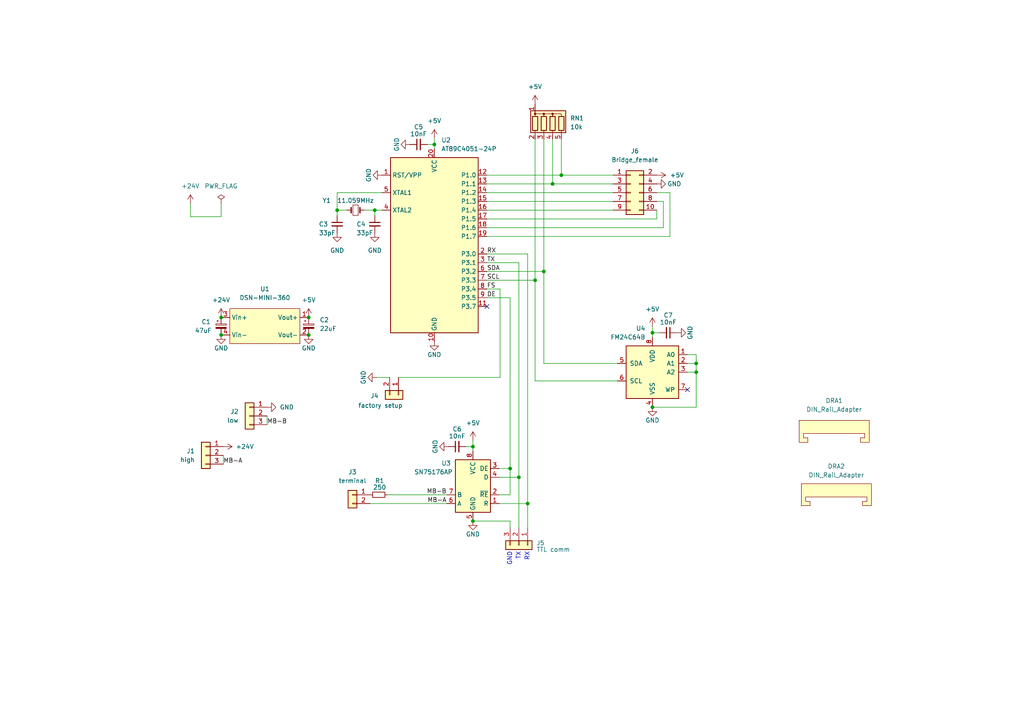
<source format=kicad_sch>
(kicad_sch (version 20211123) (generator eeschema)
  (paper "A4")
  (lib_symbols
    (symbol "Connector_Generic:Conn_01x02" (pin_names (offset 1.016) hide)
      (property "Reference" "J" (at 0 2.54 0))
      (property "Value" "Conn_01x02" (at 0 -5.08 0))
      (symbol "Conn_01x02_1_1"
        (rectangle (start -1.27 -2.413) (end 0 -2.667) (stroke (width 0.1524)))
        (rectangle (start -1.27 0.127) (end 0 -0.127) (stroke (width 0.1524)))
        (rectangle (start -1.27 1.27) (end 1.27 -3.81) (stroke (width 0.254)) (fill (type background)))
        (pin passive line (at -5.08 0 0) (length 3.81) (name "Pin_1") (number "1"))
        (pin passive line (at -5.08 -2.54 0) (length 3.81) (name "Pin_2") (number "2"))
      )
    )
    (symbol "Connector_Generic:Conn_01x03" (pin_names (offset 1.016) hide)
      (property "Reference" "J" (at 0 5.08 0))
      (property "Value" "Conn_01x03" (at 0 -5.08 0))
      (symbol "Conn_01x03_1_1"
        (rectangle (start -1.27 -2.413) (end 0 -2.667) (stroke (width 0.1524)))
        (rectangle (start -1.27 0.127) (end 0 -0.127) (stroke (width 0.1524)))
        (rectangle (start -1.27 2.667) (end 0 2.413) (stroke (width 0.1524)))
        (rectangle (start -1.27 3.81) (end 1.27 -3.81) (stroke (width 0.254)) (fill (type background)))
        (pin passive line (at -5.08 2.54 0) (length 3.81) (name "Pin_1") (number "1"))
        (pin passive line (at -5.08 0 0) (length 3.81) (name "Pin_2") (number "2"))
        (pin passive line (at -5.08 -2.54 0) (length 3.81) (name "Pin_3") (number "3"))
      )
    )
    (symbol "Connector_Generic:Conn_02x05_Odd_Even" (pin_names (offset 1.016) hide)
      (property "Reference" "J" (at 1.27 7.62 0))
      (property "Value" "Conn_02x05_Odd_Even" (at 1.27 -7.62 0))
      (symbol "Conn_02x05_Odd_Even_1_1"
        (rectangle (start -1.27 -4.953) (end 0 -5.207) (stroke (width 0.1524)))
        (rectangle (start -1.27 -2.413) (end 0 -2.667) (stroke (width 0.1524)))
        (rectangle (start -1.27 0.127) (end 0 -0.127) (stroke (width 0.1524)))
        (rectangle (start -1.27 2.667) (end 0 2.413) (stroke (width 0.1524)))
        (rectangle (start -1.27 5.207) (end 0 4.953) (stroke (width 0.1524)))
        (rectangle (start -1.27 6.35) (end 3.81 -6.35) (stroke (width 0.254)) (fill (type background)))
        (rectangle (start 3.81 -4.953) (end 2.54 -5.207) (stroke (width 0.1524)))
        (rectangle (start 3.81 -2.413) (end 2.54 -2.667) (stroke (width 0.1524)))
        (rectangle (start 3.81 0.127) (end 2.54 -0.127) (stroke (width 0.1524)))
        (rectangle (start 3.81 2.667) (end 2.54 2.413) (stroke (width 0.1524)))
        (rectangle (start 3.81 5.207) (end 2.54 4.953) (stroke (width 0.1524)))
        (pin passive line (at -5.08 5.08 0) (length 3.81) (name "Pin_1") (number "1"))
        (pin passive line (at 7.62 -5.08 180) (length 3.81) (name "Pin_10") (number "10"))
        (pin passive line (at 7.62 5.08 180) (length 3.81) (name "Pin_2") (number "2"))
        (pin passive line (at -5.08 2.54 0) (length 3.81) (name "Pin_3") (number "3"))
        (pin passive line (at 7.62 2.54 180) (length 3.81) (name "Pin_4") (number "4"))
        (pin passive line (at -5.08 0 0) (length 3.81) (name "Pin_5") (number "5"))
        (pin passive line (at 7.62 0 180) (length 3.81) (name "Pin_6") (number "6"))
        (pin passive line (at -5.08 -2.54 0) (length 3.81) (name "Pin_7") (number "7"))
        (pin passive line (at 7.62 -2.54 180) (length 3.81) (name "Pin_8") (number "8"))
        (pin passive line (at -5.08 -5.08 0) (length 3.81) (name "Pin_9") (number "9"))
      )
    )
    (symbol "Device:C_Polarized_Small" (pin_numbers hide) (pin_names (offset 0.254) hide)
      (property "Reference" "C" (at 0.254 1.778 0))
      (property "Value" "C_Polarized_Small" (at 0.254 -2.032 0))
      (symbol "C_Polarized_Small_0_1"
        (rectangle (start -1.524 -0.3048) (end 1.524 -0.6858) (fill (type outline)))
        (rectangle (start -1.524 0.6858) (end 1.524 0.3048))
        (polyline (pts (xy -1.27 1.524) (xy -0.762 1.524)))
        (polyline (pts (xy -1.016 1.27) (xy -1.016 1.778)))
      )
      (symbol "C_Polarized_Small_1_1"
        (pin passive line (at 0 2.54 270) (length 1.8542) (name "~") (number "1"))
        (pin passive line (at 0 -2.54 90) (length 1.8542) (name "~") (number "2"))
      )
    )
    (symbol "Device:C_Small" (pin_numbers hide) (pin_names (offset 0.254) hide)
      (property "Reference" "C" (at 0.254 1.778 0))
      (property "Value" "C_Small" (at 0.254 -2.032 0))
      (symbol "C_Small_0_1"
        (polyline (pts (xy -1.524 -0.508) (xy 1.524 -0.508)) (stroke (width 0.3302)))
        (polyline (pts (xy -1.524 0.508) (xy 1.524 0.508)) (stroke (width 0.3048)))
      )
      (symbol "C_Small_1_1"
        (pin passive line (at 0 2.54 270) (length 2.032) (name "~") (number "1"))
        (pin passive line (at 0 -2.54 90) (length 2.032) (name "~") (number "2"))
      )
    )
    (symbol "Device:Crystal_Small" (pin_numbers hide) (pin_names (offset 1.016) hide)
      (property "Reference" "Y" (at 0 2.54 0))
      (property "Value" "Crystal_Small" (at 0 -2.54 0))
      (symbol "Crystal_Small_0_1"
        (rectangle (start -0.762 -1.524) (end 0.762 1.524))
        (polyline (pts (xy -1.27 -0.762) (xy -1.27 0.762)) (stroke (width 0.381)))
        (polyline (pts (xy 1.27 -0.762) (xy 1.27 0.762)) (stroke (width 0.381)))
      )
      (symbol "Crystal_Small_1_1"
        (pin passive line (at -2.54 0 0) (length 1.27) (name "1") (number "1"))
        (pin passive line (at 2.54 0 180) (length 1.27) (name "2") (number "2"))
      )
    )
    (symbol "Device:R_Network04" (pin_names (offset 0) hide)
      (property "Reference" "RN" (at -7.62 0 90))
      (property "Value" "R_Network04" (at 5.08 0 90))
      (symbol "R_Network04_0_1"
        (rectangle (start -6.35 -3.175) (end 3.81 3.175) (stroke (width 0.254)) (fill (type background)))
        (rectangle (start -5.842 1.524) (end -4.318 -2.54) (stroke (width 0.254)))
        (circle (center -5.08 2.286) (radius 0.254) (fill (type outline)))
        (rectangle (start -3.302 1.524) (end -1.778 -2.54) (stroke (width 0.254)))
        (circle (center -2.54 2.286) (radius 0.254) (fill (type outline)))
        (rectangle (start -0.762 1.524) (end 0.762 -2.54) (stroke (width 0.254)))
        (polyline (pts (xy -5.08 -2.54) (xy -5.08 -3.81)))
        (polyline (pts (xy -2.54 -2.54) (xy -2.54 -3.81)))
        (polyline (pts (xy 0 -2.54) (xy 0 -3.81)))
        (polyline (pts (xy 2.54 -2.54) (xy 2.54 -3.81)))
        (polyline (pts (xy -5.08 1.524) (xy -5.08 2.286) (xy -2.54 2.286) (xy -2.54 1.524)))
        (polyline (pts (xy -2.54 1.524) (xy -2.54 2.286) (xy 0 2.286) (xy 0 1.524)))
        (polyline (pts (xy 0 1.524) (xy 0 2.286) (xy 2.54 2.286) (xy 2.54 1.524)))
        (circle (center 0 2.286) (radius 0.254) (fill (type outline)))
        (rectangle (start 1.778 1.524) (end 3.302 -2.54) (stroke (width 0.254)))
      )
      (symbol "R_Network04_1_1"
        (pin passive line (at -5.08 5.08 270) (length 2.54) (name "common") (number "1"))
        (pin passive line (at -5.08 -5.08 90) (length 1.27) (name "R1") (number "2"))
        (pin passive line (at -2.54 -5.08 90) (length 1.27) (name "R2") (number "3"))
        (pin passive line (at 0 -5.08 90) (length 1.27) (name "R3") (number "4"))
        (pin passive line (at 2.54 -5.08 90) (length 1.27) (name "R4") (number "5"))
      )
    )
    (symbol "Device:R_Small" (pin_numbers hide) (pin_names (offset 0.254) hide)
      (property "Reference" "R" (at 0.762 0.508 0))
      (property "Value" "R_Small" (at 0.762 -1.016 0))
      (symbol "R_Small_0_1"
        (rectangle (start -0.762 1.778) (end 0.762 -1.778) (stroke (width 0.2032)))
      )
      (symbol "R_Small_1_1"
        (pin passive line (at 0 2.54 270) (length 0.762) (name "~") (number "1"))
        (pin passive line (at 0 -2.54 90) (length 0.762) (name "~") (number "2"))
      )
    )
    (symbol "Interface_UART:SN75176AP"
      (property "Reference" "U" (at -4.318 8.89 0))
      (property "Value" "SN75176AP" (at 1.016 8.89 0))
      (symbol "SN75176AP_0_1"
        (rectangle (start -5.08 7.62) (end 5.08 -7.62) (stroke (width 0.254)) (fill (type background)))
      )
      (symbol "SN75176AP_1_1"
        (pin output line (at -7.62 -5.08 0) (length 2.54) (name "R") (number "1"))
        (pin input line (at -7.62 -2.54 0) (length 2.54) (name "~{RE}") (number "2"))
        (pin input line (at -7.62 5.08 0) (length 2.54) (name "DE") (number "3"))
        (pin input line (at -7.62 2.54 0) (length 2.54) (name "D") (number "4"))
        (pin power_in line (at 0 -10.16 90) (length 2.54) (name "GND") (number "5"))
        (pin bidirectional line (at 7.62 -5.08 180) (length 2.54) (name "A") (number "6"))
        (pin bidirectional line (at 7.62 -2.54 180) (length 2.54) (name "B") (number "7"))
        (pin power_in line (at 0 10.16 270) (length 2.54) (name "VCC") (number "8"))
      )
    )
    (symbol "MCU_Microchip_8051:AT89C4051-24P"
      (property "Reference" "U" (at -12.7 26.67 0))
      (property "Value" "AT89C4051-24P" (at 2.54 -26.67 0))
      (symbol "AT89C4051-24P_0_1"
        (rectangle (start -12.7 -25.4) (end 12.7 25.4) (stroke (width 0.254)) (fill (type background)))
      )
      (symbol "AT89C4051-24P_1_1"
        (pin input line (at -15.24 20.32 0) (length 2.54) (name "RST/VPP") (number "1"))
        (pin power_in line (at 0 -27.94 90) (length 2.54) (name "GND") (number "10"))
        (pin bidirectional line (at 15.24 -17.78 180) (length 2.54) (name "P3.7") (number "11"))
        (pin bidirectional line (at 15.24 20.32 180) (length 2.54) (name "P1.0") (number "12"))
        (pin bidirectional line (at 15.24 17.78 180) (length 2.54) (name "P1.1") (number "13"))
        (pin bidirectional line (at 15.24 15.24 180) (length 2.54) (name "P1.2") (number "14"))
        (pin bidirectional line (at 15.24 12.7 180) (length 2.54) (name "P1.3") (number "15"))
        (pin bidirectional line (at 15.24 10.16 180) (length 2.54) (name "P1.4") (number "16"))
        (pin bidirectional line (at 15.24 7.62 180) (length 2.54) (name "P1.5") (number "17"))
        (pin bidirectional line (at 15.24 5.08 180) (length 2.54) (name "P1.6") (number "18"))
        (pin bidirectional line (at 15.24 2.54 180) (length 2.54) (name "P1.7") (number "19"))
        (pin bidirectional line (at 15.24 -2.54 180) (length 2.54) (name "P3.0") (number "2"))
        (pin power_in line (at 0 27.94 270) (length 2.54) (name "VCC") (number "20"))
        (pin bidirectional line (at 15.24 -5.08 180) (length 2.54) (name "P3.1") (number "3"))
        (pin output line (at -15.24 10.16 0) (length 2.54) (name "XTAL2") (number "4"))
        (pin input line (at -15.24 15.24 0) (length 2.54) (name "XTAL1") (number "5"))
        (pin bidirectional line (at 15.24 -7.62 180) (length 2.54) (name "P3.2") (number "6"))
        (pin bidirectional line (at 15.24 -10.16 180) (length 2.54) (name "P3.3") (number "7"))
        (pin bidirectional line (at 15.24 -12.7 180) (length 2.54) (name "P3.4") (number "8"))
        (pin bidirectional line (at 15.24 -15.24 180) (length 2.54) (name "P3.5") (number "9"))
      )
    )
    (symbol "Mechanical:DIN_Rail_Adapter"
      (property "Reference" "DRA" (at 0 6.35 0))
      (property "Value" "DIN_Rail_Adapter" (at 0 3.81 0))
      (symbol "DIN_Rail_Adapter_0_1"
        (polyline (pts (xy 10.16 2.54) (xy -10.16 2.54) (xy -10.16 -3.81) (xy -7.62 -3.81) (xy -7.62 -2.54) (xy -8.89 -2.54) (xy -8.89 -1.27) (xy 8.89 -1.27) (xy 8.89 -2.54) (xy 7.62 -2.54) (xy 7.62 -3.81) (xy 10.16 -3.81) (xy 10.16 2.54) (xy -10.16 2.54)) (fill (type background)))
      )
    )
    (symbol "Memory_NVRAM:FM24C64B" (pin_names (offset 1.016))
      (property "Reference" "U" (at -5.08 8.89 0))
      (property "Value" "FM24C64B" (at 6.35 -8.89 0))
      (symbol "FM24C64B_0_1"
        (rectangle (start -7.62 7.62) (end 7.62 -7.62) (stroke (width 0.254)) (fill (type background)))
      )
      (symbol "FM24C64B_1_1"
        (pin input line (at -10.16 5.08 0) (length 2.54) (name "A0") (number "1"))
        (pin input line (at -10.16 2.54 0) (length 2.54) (name "A1") (number "2"))
        (pin input line (at -10.16 0 0) (length 2.54) (name "A2") (number "3"))
        (pin power_in line (at 0 -10.16 90) (length 2.54) (name "VSS") (number "4"))
        (pin bidirectional line (at 10.16 2.54 180) (length 2.54) (name "SDA") (number "5"))
        (pin input line (at 10.16 -2.54 180) (length 2.54) (name "SCL") (number "6"))
        (pin input line (at -10.16 -5.08 0) (length 2.54) (name "WP") (number "7"))
        (pin power_in line (at 0 10.16 270) (length 2.54) (name "VDD") (number "8"))
      )
    )
    (symbol "My_stuff:DSN-MINI-360"
      (property "Reference" "U" (at 0 7.62 0))
      (property "Value" "DSN-MINI-360" (at 0 0 0))
      (symbol "DSN-MINI-360_0_1"
        (rectangle (start -10.16 5.08) (end 10.16 -5.08) (fill (type background)))
      )
      (symbol "DSN-MINI-360_1_1"
        (pin power_out line (at 12.7 2.54 180) (length 2.54) (name "Vout+") (number "1"))
        (pin power_out line (at 12.7 -2.54 180) (length 2.54) (name "Vout-") (number "2"))
        (pin power_in line (at -12.7 2.54 0) (length 2.54) (name "Vin+") (number "3"))
        (pin power_in line (at -12.7 -2.54 0) (length 2.54) (name "Vin-") (number "4"))
      )
    )
    (symbol "power:+24V" (power) (pin_names (offset 0))
      (property "Value" "+24V" (at 0 3.556 0))
      (symbol "+24V_0_1"
        (polyline (pts (xy -0.762 1.27) (xy 0 2.54)))
        (polyline (pts (xy 0 0) (xy 0 2.54)))
        (polyline (pts (xy 0 2.54) (xy 0.762 1.27)))
      )
      (symbol "+24V_1_1"
        (pin power_in line (at 0 0 90) (length 0) hide (name "+24V") (number "1"))
      )
    )
    (symbol "power:+5V" (power) (pin_names (offset 0))
      (property "Value" "+5V" (at 0 3.556 0))
      (symbol "+5V_0_1"
        (polyline (pts (xy -0.762 1.27) (xy 0 2.54)))
        (polyline (pts (xy 0 0) (xy 0 2.54)))
        (polyline (pts (xy 0 2.54) (xy 0.762 1.27)))
      )
      (symbol "+5V_1_1"
        (pin power_in line (at 0 0 90) (length 0) hide (name "+5V") (number "1"))
      )
    )
    (symbol "power:GND" (power) (pin_names (offset 0))
      (property "Value" "GND" (at 0 -3.81 0))
      (symbol "GND_0_1"
        (polyline (pts (xy 0 0) (xy 0 -1.27) (xy 1.27 -1.27) (xy 0 -2.54) (xy -1.27 -1.27) (xy 0 -1.27)))
      )
      (symbol "GND_1_1"
        (pin power_in line (at 0 0 270) (length 0) hide (name "GND") (number "1"))
      )
    )
    (symbol "power:PWR_FLAG" (power) (pin_numbers hide) (pin_names (offset 0) hide)
      (property "Value" "PWR_FLAG" (at 0 3.81 0))
      (symbol "PWR_FLAG_0_0"
        (pin power_out line (at 0 0 90) (length 0) (name "pwr") (number "1"))
      )
      (symbol "PWR_FLAG_0_1"
        (polyline (pts (xy 0 0) (xy 0 1.27) (xy -1.016 1.905) (xy 0 2.54) (xy 1.016 1.905) (xy 0 1.27)))
      )
    )
  )
  (junction (at 64.135 97.155))
  (junction (at 155.194 81.28))
  (junction (at 89.535 92.075))
  (junction (at 150.495 138.43))
  (junction (at 153.035 146.05))
  (junction (at 108.712 60.96))
  (junction (at 160.274 53.34))
  (junction (at 147.955 135.89))
  (junction (at 137.16 129.54))
  (junction (at 201.93 107.95))
  (junction (at 189.23 96.52))
  (junction (at 137.16 151.13))
  (junction (at 162.814 50.8))
  (junction (at 189.23 118.11))
  (junction (at 157.734 78.74))
  (junction (at 89.535 97.155))
  (junction (at 97.79 60.96))
  (junction (at 64.135 92.075))
  (junction (at 125.984 41.91))
  (junction (at 201.93 105.41))
  (no_connect (at 141.224 88.9))
  (no_connect (at 199.39 113.03))
  (wire (pts (xy 155.194 40.386) (xy 155.194 81.28)))
  (wire (pts (xy 201.93 107.95) (xy 199.39 107.95)))
  (wire (pts (xy 189.23 118.11) (xy 201.93 118.11)))
  (wire (pts (xy 137.16 129.54) (xy 137.16 130.81)))
  (wire (pts (xy 192.405 66.04) (xy 192.405 58.42)))
  (wire (pts (xy 141.224 58.42) (xy 177.8 58.42)))
  (wire (pts (xy 144.78 135.89) (xy 147.955 135.89)))
  (wire (pts (xy 55.245 59.055) (xy 55.245 62.865)))
  (wire (pts (xy 192.405 58.42) (xy 190.5 58.42)))
  (wire (pts (xy 160.274 53.34) (xy 177.8 53.34)))
  (wire (pts (xy 141.224 68.58) (xy 194.31 68.58)))
  (wire (pts (xy 77.47 120.65) (xy 77.47 123.19)))
  (wire (pts (xy 144.78 143.51) (xy 147.955 143.51)))
  (wire (pts (xy 141.224 86.36) (xy 147.955 86.36)))
  (wire (pts (xy 201.93 105.41) (xy 199.39 105.41)))
  (wire (pts (xy 144.78 146.05) (xy 153.035 146.05)))
  (wire (pts (xy 105.664 60.96) (xy 108.712 60.96)))
  (wire (pts (xy 135.128 129.54) (xy 137.16 129.54)))
  (wire (pts (xy 199.39 102.87) (xy 201.93 102.87)))
  (wire (pts (xy 125.984 41.91) (xy 125.984 43.18)))
  (wire (pts (xy 189.23 94.742) (xy 189.23 96.52)))
  (wire (pts (xy 157.734 40.386) (xy 157.734 78.74)))
  (wire (pts (xy 141.224 83.82) (xy 145.034 83.82)))
  (wire (pts (xy 107.315 146.05) (xy 129.54 146.05)))
  (wire (pts (xy 189.23 96.52) (xy 189.23 97.79)))
  (wire (pts (xy 108.712 60.96) (xy 110.744 60.96)))
  (wire (pts (xy 108.712 60.96) (xy 108.712 62.484)))
  (wire (pts (xy 125.984 40.132) (xy 125.984 41.91)))
  (wire (pts (xy 191.262 96.52) (xy 189.23 96.52)))
  (wire (pts (xy 162.814 50.8) (xy 177.8 50.8)))
  (wire (pts (xy 157.734 105.41) (xy 179.07 105.41)))
  (wire (pts (xy 147.955 153.035) (xy 147.955 151.13)))
  (wire (pts (xy 110.744 55.88) (xy 97.79 55.88)))
  (wire (pts (xy 141.224 55.88) (xy 177.8 55.88)))
  (wire (pts (xy 115.57 109.474) (xy 145.034 109.474)))
  (wire (pts (xy 155.194 110.49) (xy 179.07 110.49)))
  (wire (pts (xy 55.245 62.865) (xy 64.135 62.865)))
  (wire (pts (xy 150.495 138.43) (xy 150.495 76.2)))
  (wire (pts (xy 141.224 53.34) (xy 160.274 53.34)))
  (wire (pts (xy 147.955 143.51) (xy 147.955 135.89)))
  (wire (pts (xy 123.952 41.91) (xy 125.984 41.91)))
  (wire (pts (xy 157.734 78.74) (xy 157.734 105.41)))
  (wire (pts (xy 153.035 73.66) (xy 153.035 146.05)))
  (wire (pts (xy 162.814 40.386) (xy 162.814 50.8)))
  (wire (pts (xy 109.22 109.474) (xy 113.03 109.474)))
  (wire (pts (xy 141.224 73.66) (xy 153.035 73.66)))
  (wire (pts (xy 190.5 63.5) (xy 190.5 60.96)))
  (wire (pts (xy 155.194 81.28) (xy 155.194 110.49)))
  (wire (pts (xy 137.16 127.762) (xy 137.16 129.54)))
  (wire (pts (xy 141.224 60.96) (xy 177.8 60.96)))
  (wire (pts (xy 194.31 55.88) (xy 190.5 55.88)))
  (wire (pts (xy 201.93 105.41) (xy 201.93 107.95)))
  (wire (pts (xy 144.78 138.43) (xy 150.495 138.43)))
  (wire (pts (xy 194.31 68.58) (xy 194.31 55.88)))
  (wire (pts (xy 150.495 138.43) (xy 150.495 153.035)))
  (wire (pts (xy 97.79 60.96) (xy 97.79 62.484)))
  (wire (pts (xy 147.955 151.13) (xy 137.16 151.13)))
  (wire (pts (xy 141.224 63.5) (xy 190.5 63.5)))
  (wire (pts (xy 97.79 55.88) (xy 97.79 60.96)))
  (wire (pts (xy 201.93 102.87) (xy 201.93 105.41)))
  (wire (pts (xy 160.274 40.386) (xy 160.274 53.34)))
  (wire (pts (xy 100.584 60.96) (xy 97.79 60.96)))
  (wire (pts (xy 64.135 62.865) (xy 64.135 59.055)))
  (wire (pts (xy 145.034 83.82) (xy 145.034 109.474)))
  (wire (pts (xy 141.224 76.2) (xy 150.495 76.2)))
  (wire (pts (xy 153.035 146.05) (xy 153.035 153.035)))
  (wire (pts (xy 64.77 132.08) (xy 64.77 134.62)))
  (wire (pts (xy 141.224 81.28) (xy 155.194 81.28)))
  (wire (pts (xy 201.93 118.11) (xy 201.93 107.95)))
  (wire (pts (xy 147.955 135.89) (xy 147.955 86.36)))
  (wire (pts (xy 141.224 78.74) (xy 157.734 78.74)))
  (wire (pts (xy 141.224 50.8) (xy 162.814 50.8)))
  (wire (pts (xy 112.395 143.51) (xy 129.54 143.51)))
  (wire (pts (xy 141.224 66.04) (xy 192.405 66.04)))
  (text "TX" (at 151.13 160.02 270) (effects (font (size 1.27 1.27)) (justify right bottom)))
  (text "GND" (at 148.59 160.02 270) (effects (font (size 1.27 1.27)) (justify right bottom)))
  (text "RX" (at 153.67 160.02 270) (effects (font (size 1.27 1.27)) (justify right bottom)))
  (label "TX" (at 141.224 76.2 0))
  (label "DE" (at 141.224 86.36 0))
  (label "FS" (at 141.224 83.82 0))
  (label "RX" (at 141.224 73.66 0))
  (label "SCL" (at 141.224 81.28 0))
  (label "MB-B" (at 129.54 143.51 180))
  (label "SDA" (at 141.224 78.74 0))
  (label "MB-B" (at 77.47 123.19 0))
  (label "MB-A" (at 64.77 134.62 0))
  (label "MB-A" (at 129.54 146.05 180))
  (symbol (lib_id "power:GND") (at 196.342 96.52 90) (mirror x) (unit 1)
    (property "Reference" "#PWR023" (effects hide))
    (property "Value" "GND" (at 200.152 96.52 0))
  )
  (symbol (lib_id "power:GND") (at 77.47 118.11 90) (unit 1)
    (property "Reference" "#PWR05" (effects hide))
    (property "Value" "GND" (at 83.185 118.11 90))
  )
  (symbol (lib_id "power:+24V") (at 64.135 92.075 0) (unit 1)
    (property "Reference" "#PWR02" (effects hide))
    (property "Value" "+24V" (at 64.135 86.995 0))
  )
  (symbol (lib_id "power:GND") (at 110.744 50.8 270) (unit 1)
    (property "Reference" "#PWR011" (effects hide))
    (property "Value" "GND" (at 106.934 50.8 0))
  )
  (symbol (lib_id "Device:C_Small") (at 132.588 129.54 90) (unit 1)
    (property "Reference" "C6" (at 132.5817 124.46 90))
    (property "Value" "10nF" (at 132.588 126.492 90))
    (property "Footprint" "Capacitor_THT:C_Disc_D3.8mm_W2.6mm_P2.50mm" (effects hide))
  )
  (symbol (lib_id "power:+24V") (at 55.245 59.055 0) (unit 1)
    (property "Reference" "#PWR01" (effects hide))
    (property "Value" "+24V" (at 55.245 53.975 0))
  )
  (symbol (lib_id "power:PWR_FLAG") (at 64.135 59.055 0) (unit 1)
    (property "Reference" "#FLG01" (effects hide))
    (property "Value" "PWR_FLAG" (at 64.135 53.975 0))
  )
  (symbol (lib_id "Device:C_Small") (at 108.712 65.024 0) (unit 1)
    (property "Reference" "C4" (at 103.378 65.024 0) (effects (justify left)))
    (property "Value" "33pF" (at 103.378 67.564 0) (effects (justify left)))
    (property "Footprint" "Capacitor_THT:C_Disc_D3.8mm_W2.6mm_P2.50mm" (effects hide))
  )
  (symbol (lib_id "power:GND") (at 118.872 41.91 270) (unit 1)
    (property "Reference" "#PWR012" (effects hide))
    (property "Value" "GND" (at 115.062 41.91 0))
  )
  (symbol (lib_id "Memory_NVRAM:FM24C64B") (at 189.23 107.95 0) (mirror y) (unit 1)
    (property "Reference" "U4" (at 187.2106 95.25 0) (effects (justify left)))
    (property "Value" "FM24C64B" (at 187.2106 97.79 0) (effects (justify left)))
    (property "Footprint" "Package_SO:SOIC-8_3.9x4.9mm_P1.27mm" (effects hide))
    (property "Datasheet" "http://www.cypress.com/file/41651/download" (effects hide))
  )
  (symbol (lib_id "My_stuff:DSN-MINI-360") (at 76.835 94.615 0) (unit 1)
    (property "Reference" "U1" (at 76.835 83.82 0))
    (property "Value" "DSN-MINI-360" (at 76.835 86.36 0))
    (property "Footprint" "kaltchuk_footprints:DSN-MINI-360" (effects hide))
  )
  (symbol (lib_id "power:+5V") (at 155.194 30.226 0) (unit 1)
    (property "Reference" "#PWR018" (effects hide))
    (property "Value" "+5V" (at 155.194 25.146 0))
  )
  (symbol (lib_id "Connector_Generic:Conn_02x05_Odd_Even") (at 182.88 55.88 0) (unit 1)
    (property "Reference" "J6" (at 184.15 43.815 0))
    (property "Value" "Bridge_female" (at 184.15 46.355 0))
    (property "Footprint" "Connector_PinSocket_2.54mm:PinSocket_2x05_P2.54mm_Vertical" (effects hide))
  )
  (symbol (lib_id "power:GND") (at 190.5 53.34 90) (mirror x) (unit 1)
    (property "Reference" "#PWR022" (effects hide))
    (property "Value" "GND" (at 195.58 53.34 90))
  )
  (symbol (lib_id "power:+5V") (at 190.5 50.8 270) (mirror x) (unit 1)
    (property "Reference" "#PWR021" (effects hide))
    (property "Value" "+5V" (at 194.31 50.7999 90) (effects (justify left)))
  )
  (symbol (lib_id "power:+5V") (at 137.16 127.762 0) (unit 1)
    (property "Reference" "#PWR016" (effects hide))
    (property "Value" "+5V" (at 137.16 122.682 0))
  )
  (symbol (lib_id "power:GND") (at 189.23 118.11 0) (mirror y) (unit 1)
    (property "Reference" "#PWR020" (effects hide))
    (property "Value" "GND" (at 189.23 121.92 0))
  )
  (symbol (lib_id "power:GND") (at 89.535 97.155 0) (mirror y) (unit 1)
    (property "Reference" "#PWR07" (effects hide))
    (property "Value" "GND" (at 89.535 100.965 0))
  )
  (symbol (lib_id "Mechanical:DIN_Rail_Adapter") (at 242.57 142.875 0) (unit 1)
    (property "Reference" "DRA2" (at 242.57 135.255 0))
    (property "Value" "DIN_Rail_Adapter" (at 242.57 137.795 0))
    (property "Footprint" "MountingEquipment:DINRailAdapter_3xM3_PhoenixContact_1201578" (effects hide))
  )
  (symbol (lib_id "Device:R_Network04") (at 160.274 35.306 0) (unit 1)
    (property "Reference" "RN1" (at 165.354 34.2899 0) (effects (justify left)))
    (property "Value" "10k" (at 165.354 36.8299 0) (effects (justify left)))
    (property "Footprint" "Resistor_THT:R_Array_SIP5" (effects hide))
    (property "Datasheet" "http://www.vishay.com/docs/31509/csc.pdf" (effects hide))
  )
  (symbol (lib_id "Connector_Generic:Conn_01x03") (at 150.495 158.115 270) (unit 1)
    (property "Reference" "J5" (at 155.575 157.48 90) (effects (justify left)))
    (property "Value" "TTL comm" (at 155.575 159.385 90) (effects (justify left)))
    (property "Footprint" "Connector_PinHeader_2.54mm:PinHeader_1x03_P2.54mm_Vertical" (effects hide))
  )
  (symbol (lib_id "Device:C_Polarized_Small") (at 89.535 94.615 0) (unit 1)
    (property "Reference" "C2" (at 92.71 92.7988 0) (effects (justify left)))
    (property "Value" "22uF" (at 92.71 95.3388 0) (effects (justify left)))
    (property "Footprint" "Capacitor_THT:CP_Radial_D5.0mm_P2.50mm" (effects hide))
  )
  (symbol (lib_id "Connector_Generic:Conn_01x02") (at 102.235 143.51 0) (mirror y) (unit 1)
    (property "Reference" "J3" (at 102.235 136.906 0))
    (property "Value" "terminal" (at 102.235 139.446 0))
    (property "Footprint" "Connector_PinHeader_2.54mm:PinHeader_1x02_P2.54mm_Vertical" (effects hide))
  )
  (symbol (lib_id "Device:C_Small") (at 121.412 41.91 90) (unit 1)
    (property "Reference" "C5" (at 121.4057 36.83 90))
    (property "Value" "10nF" (at 121.412 38.862 90))
    (property "Footprint" "Capacitor_THT:C_Disc_D3.8mm_W2.6mm_P2.50mm" (effects hide))
  )
  (symbol (lib_id "power:GND") (at 125.984 99.06 0) (unit 1)
    (property "Reference" "#PWR014" (effects hide))
    (property "Value" "GND" (at 125.984 102.87 0))
  )
  (symbol (lib_id "Device:R_Small") (at 109.855 143.51 90) (unit 1)
    (property "Reference" "R1" (at 110.109 139.446 90))
    (property "Value" "250" (at 110.109 141.351 90))
    (property "Footprint" "Resistor_THT:R_Axial_DIN0207_L6.3mm_D2.5mm_P7.62mm_Horizontal" (effects hide))
  )
  (symbol (lib_id "power:GND") (at 64.135 97.155 0) (mirror y) (unit 1)
    (property "Reference" "#PWR03" (effects hide))
    (property "Value" "GND" (at 64.135 100.965 0))
  )
  (symbol (lib_id "MCU_Microchip_8051:AT89C4051-24P") (at 125.984 71.12 0) (unit 1)
    (property "Reference" "U2" (at 128.0034 40.64 0) (effects (justify left)))
    (property "Value" "AT89C4051-24P" (at 128.0034 43.18 0) (effects (justify left)))
    (property "Footprint" "Package_DIP:DIP-20_W7.62mm_Socket_LongPads" (effects hide))
    (property "Datasheet" "http://ww1.microchip.com/downloads/en/DeviceDoc/doc1001.pdf" (effects hide))
  )
  (symbol (lib_id "power:+5V") (at 189.23 94.742 0) (mirror y) (unit 1)
    (property "Reference" "#PWR019" (effects hide))
    (property "Value" "+5V" (at 189.23 89.662 0))
  )
  (symbol (lib_id "power:+24V") (at 64.77 129.54 270) (mirror x) (unit 1)
    (property "Reference" "#PWR04" (effects hide))
    (property "Value" "+24V" (at 73.66 129.54 90) (effects (justify right)))
  )
  (symbol (lib_id "power:GND") (at 137.16 151.13 0) (unit 1)
    (property "Reference" "#PWR017" (effects hide))
    (property "Value" "GND" (at 137.16 154.94 0))
  )
  (symbol (lib_id "Device:C_Polarized_Small") (at 64.135 94.615 0) (unit 1)
    (property "Reference" "C1" (at 58.42 93.345 0) (effects (justify left)))
    (property "Value" "47uF" (at 56.515 95.885 0) (effects (justify left)))
    (property "Footprint" "Capacitor_THT:CP_Radial_D5.0mm_P2.50mm" (effects hide))
  )
  (symbol (lib_id "Device:Crystal_Small") (at 103.124 60.96 0) (unit 1)
    (property "Reference" "Y1" (at 94.742 58.166 0))
    (property "Value" "11.059MHz" (at 103.124 58.166 0))
    (property "Footprint" "Crystal:Crystal_HC49-U_Vertical" (effects hide))
  )
  (symbol (lib_id "Device:C_Small") (at 97.79 65.024 0) (unit 1)
    (property "Reference" "C3" (at 92.456 65.024 0) (effects (justify left)))
    (property "Value" "33pF" (at 92.456 67.564 0) (effects (justify left)))
    (property "Footprint" "Capacitor_THT:C_Disc_D3.8mm_W2.6mm_P2.50mm" (effects hide))
  )
  (symbol (lib_id "Connector_Generic:Conn_01x03") (at 72.39 120.65 0) (mirror y) (unit 1)
    (property "Reference" "J2" (at 69.215 119.3799 0) (effects (justify left)))
    (property "Value" "low" (at 69.215 121.9199 0) (effects (justify left)))
    (property "Footprint" "Connector_Phoenix_MSTB:PhoenixContact_MSTBVA_2,5_3-G-5,08_1x03_P5.08mm_Vertical" (effects hide))
  )
  (symbol (lib_id "power:+5V") (at 125.984 40.132 0) (unit 1)
    (property "Reference" "#PWR013" (effects hide))
    (property "Value" "+5V" (at 125.984 35.052 0))
  )
  (symbol (lib_id "Interface_UART:SN75176AP") (at 137.16 140.97 0) (mirror y) (unit 1)
    (property "Reference" "U3" (at 128.016 134.366 0) (effects (justify right)))
    (property "Value" "SN75176AP" (at 120.142 136.906 0) (effects (justify right)))
    (property "Footprint" "Package_DIP:DIP-8_W7.62mm_Socket_LongPads" (effects hide))
    (property "Datasheet" "http://www.ti.com/lit/ds/symlink/sn75176a.pdf" (effects hide))
  )
  (symbol (lib_id "power:GND") (at 130.048 129.54 270) (unit 1)
    (property "Reference" "#PWR015" (effects hide))
    (property "Value" "GND" (at 126.238 129.54 0))
  )
  (symbol (lib_id "power:GND") (at 109.22 109.474 270) (unit 1)
    (property "Reference" "#PWR010" (effects hide))
    (property "Value" "GND" (at 105.41 109.474 0))
  )
  (symbol (lib_id "Connector_Generic:Conn_01x03") (at 59.69 132.08 0) (mirror y) (unit 1)
    (property "Reference" "J1" (at 56.515 130.8099 0) (effects (justify left)))
    (property "Value" "high" (at 56.515 133.3499 0) (effects (justify left)))
    (property "Footprint" "Connector_Phoenix_MSTB:PhoenixContact_MSTBVA_2,5_3-G-5,08_1x03_P5.08mm_Vertical" (effects hide))
  )
  (symbol (lib_id "Device:C_Small") (at 193.802 96.52 270) (mirror x) (unit 1)
    (property "Reference" "C7" (at 193.8083 91.44 90))
    (property "Value" "10nF" (at 193.802 93.472 90))
    (property "Footprint" "Capacitor_THT:C_Disc_D3.8mm_W2.6mm_P2.50mm" (effects hide))
  )
  (symbol (lib_id "power:GND") (at 108.712 67.564 0) (unit 1)
    (property "Reference" "#PWR09" (effects hide))
    (property "Value" "GND" (at 108.712 72.644 0))
  )
  (symbol (lib_id "power:+5V") (at 89.535 92.075 0) (mirror y) (unit 1)
    (property "Reference" "#PWR06" (effects hide))
    (property "Value" "+5V" (at 89.535 86.995 0))
  )
  (symbol (lib_id "Connector_Generic:Conn_01x02") (at 115.57 114.554 270) (unit 1)
    (property "Reference" "J4" (at 107.442 114.808 90) (effects (justify left)))
    (property "Value" "factory setup" (at 103.886 117.602 90) (effects (justify left)))
    (property "Footprint" "Connector_PinHeader_2.54mm:PinHeader_1x02_P2.54mm_Vertical" (effects hide))
  )
  (symbol (lib_id "power:GND") (at 97.79 67.564 0) (unit 1)
    (property "Reference" "#PWR08" (effects hide))
    (property "Value" "GND" (at 97.79 72.644 0))
  )
  (symbol (lib_id "Mechanical:DIN_Rail_Adapter") (at 241.935 124.46 0) (unit 1)
    (property "Reference" "DRA1" (at 241.935 116.205 0))
    (property "Value" "DIN_Rail_Adapter" (at 241.935 118.745 0))
    (property "Footprint" "MountingEquipment:DINRailAdapter_3xM3_PhoenixContact_1201578" (effects hide))
  )
)
</source>
